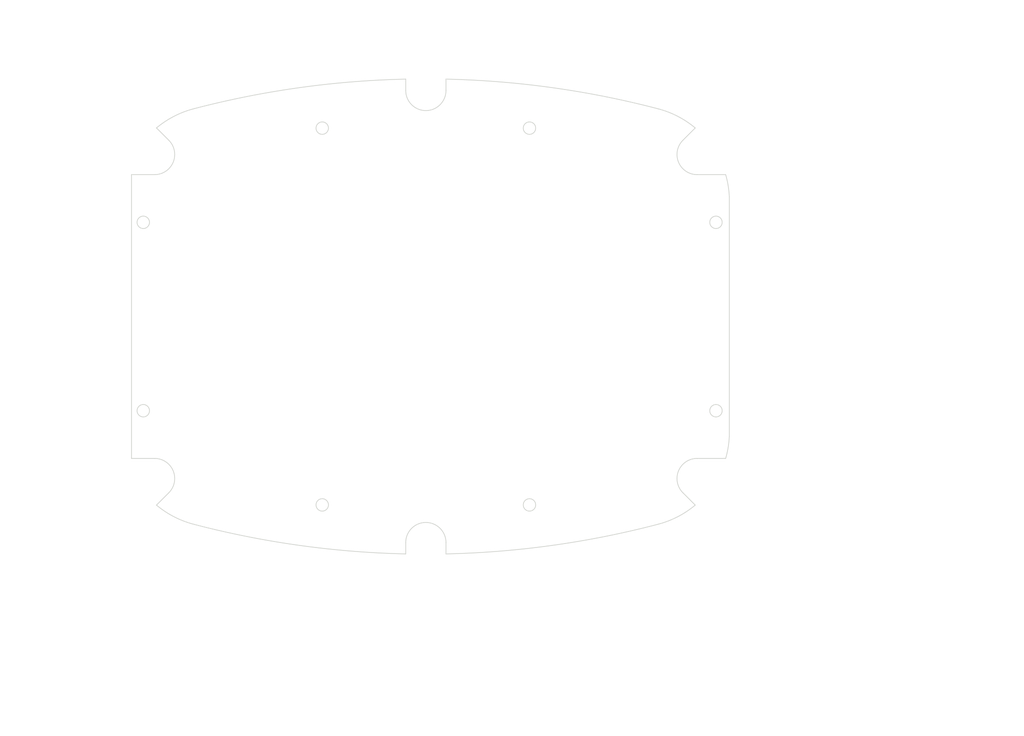
<source format=kicad_pcb>
(kicad_pcb (version 20171130) (host pcbnew "(5.1.0)-1")

  (general
    (thickness 1.6)
    (drawings 198)
    (tracks 0)
    (zones 0)
    (modules 0)
    (nets 1)
  )

  (page A3)
  (layers
    (0 F.Cu signal)
    (31 B.Cu signal)
    (32 B.Adhes user)
    (33 F.Adhes user)
    (34 B.Paste user)
    (35 F.Paste user)
    (36 B.SilkS user)
    (37 F.SilkS user)
    (38 B.Mask user)
    (39 F.Mask user)
    (40 Dwgs.User user)
    (41 Cmts.User user)
    (42 Eco1.User user)
    (43 Eco2.User user)
    (44 Edge.Cuts user)
    (45 Margin user)
    (46 B.CrtYd user)
    (47 F.CrtYd user)
    (48 B.Fab user)
    (49 F.Fab user)
  )

  (setup
    (last_trace_width 0.25)
    (trace_clearance 0.2)
    (zone_clearance 0.508)
    (zone_45_only no)
    (trace_min 0.2)
    (via_size 0.8)
    (via_drill 0.4)
    (via_min_size 0.4)
    (via_min_drill 0.3)
    (uvia_size 0.3)
    (uvia_drill 0.1)
    (uvias_allowed no)
    (uvia_min_size 0.2)
    (uvia_min_drill 0.1)
    (edge_width 0.05)
    (segment_width 0.2)
    (pcb_text_width 0.3)
    (pcb_text_size 1.5 1.5)
    (mod_edge_width 0.12)
    (mod_text_size 1 1)
    (mod_text_width 0.15)
    (pad_size 1.524 1.524)
    (pad_drill 0.762)
    (pad_to_mask_clearance 0.051)
    (solder_mask_min_width 0.25)
    (aux_axis_origin 0 0)
    (visible_elements FFFFEF7F)
    (pcbplotparams
      (layerselection 0x010fc_ffffffff)
      (usegerberextensions false)
      (usegerberattributes false)
      (usegerberadvancedattributes false)
      (creategerberjobfile false)
      (excludeedgelayer true)
      (linewidth 0.152400)
      (plotframeref false)
      (viasonmask false)
      (mode 1)
      (useauxorigin false)
      (hpglpennumber 1)
      (hpglpenspeed 20)
      (hpglpendiameter 15.000000)
      (psnegative false)
      (psa4output false)
      (plotreference true)
      (plotvalue true)
      (plotinvisibletext false)
      (padsonsilk false)
      (subtractmaskfromsilk false)
      (outputformat 1)
      (mirror false)
      (drillshape 1)
      (scaleselection 1)
      (outputdirectory ""))
  )

  (net 0 "")

  (net_class Default "This is the default net class."
    (clearance 0.2)
    (trace_width 0.25)
    (via_dia 0.8)
    (via_drill 0.4)
    (uvia_dia 0.3)
    (uvia_drill 0.1)
  )

  (gr_line (start 156.469613 79.067999) (end 156.469613 83.701333) (layer Dwgs.User) (width 0.2))
  (gr_line (start 158.78628 81.384666) (end 154.152947 81.384666) (layer Dwgs.User) (width 0.2))
  (gr_line (start 211.469613 79.067999) (end 211.469613 83.701333) (layer Dwgs.User) (width 0.2))
  (gr_line (start 213.78628 81.384666) (end 209.152947 81.384666) (layer Dwgs.User) (width 0.2))
  (gr_line (start 260.969613 104.067999) (end 260.969613 108.701333) (layer Dwgs.User) (width 0.2))
  (gr_line (start 263.28628 106.384666) (end 258.652947 106.384666) (layer Dwgs.User) (width 0.2))
  (gr_line (start 260.969613 154.067999) (end 260.969613 158.701333) (layer Dwgs.User) (width 0.2))
  (gr_line (start 263.28628 156.384666) (end 258.652947 156.384666) (layer Dwgs.User) (width 0.2))
  (gr_line (start 211.469613 179.067999) (end 211.469613 183.701333) (layer Dwgs.User) (width 0.2))
  (gr_line (start 213.78628 181.384666) (end 209.152947 181.384666) (layer Dwgs.User) (width 0.2))
  (gr_line (start 156.469613 179.067999) (end 156.469613 183.701333) (layer Dwgs.User) (width 0.2))
  (gr_line (start 158.78628 181.384666) (end 154.152947 181.384666) (layer Dwgs.User) (width 0.2))
  (gr_line (start 108.969613 154.067999) (end 108.969613 158.701333) (layer Dwgs.User) (width 0.2))
  (gr_line (start 111.28628 156.384666) (end 106.652947 156.384666) (layer Dwgs.User) (width 0.2))
  (gr_line (start 108.969613 104.067999) (end 108.969613 108.701333) (layer Dwgs.User) (width 0.2))
  (gr_line (start 111.28628 106.384666) (end 106.652947 106.384666) (layer Dwgs.User) (width 0.2))
  (gr_text [.98] (at 92.302947 96.403948) (layer Dwgs.User)
    (effects (font (size 2.266666 2.04) (thickness 0.283333)))
  )
  (gr_text " 25.00" (at 92.302947 91.660701) (layer Dwgs.User)
    (effects (font (size 2.266666 2.04) (thickness 0.283333)))
  )
  (gr_line (start 92.302947 84.051333) (end 92.302947 89.141419) (layer Dwgs.User) (width 0.2))
  (gr_line (start 92.302947 103.717999) (end 92.302947 98.627913) (layer Dwgs.User) (width 0.2))
  (gr_line (start 155.13628 81.384666) (end 88.069613 81.384666) (layer Dwgs.User) (width 0.2))
  (gr_line (start 107.63628 106.384666) (end 88.069613 106.384666) (layer Dwgs.User) (width 0.2))
  (gr_text [1.97] (at 277.63628 133.903948) (layer Dwgs.User)
    (effects (font (size 2.266666 2.04) (thickness 0.283333)))
  )
  (gr_text " 50.00" (at 277.63628 129.160701) (layer Dwgs.User)
    (effects (font (size 2.266666 2.04) (thickness 0.283333)))
  )
  (gr_line (start 277.63628 153.717999) (end 277.63628 136.127913) (layer Dwgs.User) (width 0.2))
  (gr_line (start 277.63628 109.051333) (end 277.63628 126.641419) (layer Dwgs.User) (width 0.2))
  (gr_line (start 262.302947 156.384666) (end 281.869613 156.384666) (layer Dwgs.User) (width 0.2))
  (gr_line (start 262.302947 106.384666) (end 281.869613 106.384666) (layer Dwgs.User) (width 0.2))
  (gr_text [1.50] (at 277.63628 182.700903) (layer Dwgs.User)
    (effects (font (size 2.266666 2.04) (thickness 0.283333)))
  )
  (gr_text " 38.01" (at 277.63628 177.956883) (layer Dwgs.User)
    (effects (font (size 2.266666 2.04) (thickness 0.283333)))
  )
  (gr_line (start 277.63628 191.726025) (end 277.63628 184.925641) (layer Dwgs.User) (width 0.2))
  (gr_line (start 277.63628 159.051333) (end 277.63628 175.437601) (layer Dwgs.User) (width 0.2))
  (gr_line (start 190.644586 194.392691) (end 281.869613 194.392691) (layer Dwgs.User) (width 0.2))
  (gr_line (start 262.302947 156.384666) (end 281.869613 156.384666) (layer Dwgs.User) (width 0.2))
  (gr_text [1.95] (at 236.219613 210.570614) (layer Dwgs.User)
    (effects (font (size 2.266666 2.04) (thickness 0.283333)))
  )
  (gr_text " 49.50" (at 236.219613 205.827367) (layer Dwgs.User)
    (effects (font (size 2.266666 2.04) (thickness 0.283333)))
  )
  (gr_line (start 258.302947 208.051333) (end 241.612428 208.051333) (layer Dwgs.User) (width 0.2))
  (gr_line (start 214.13628 208.051333) (end 230.826798 208.051333) (layer Dwgs.User) (width 0.2))
  (gr_line (start 260.969613 160.034666) (end 260.969613 212.284666) (layer Dwgs.User) (width 0.2))
  (gr_line (start 211.469613 185.034666) (end 211.469613 212.284666) (layer Dwgs.User) (width 0.2))
  (gr_text [.98] (at 92.302947 171.403948) (layer Dwgs.User)
    (effects (font (size 2.266666 2.04) (thickness 0.283333)))
  )
  (gr_text " 25.00" (at 92.302947 166.660701) (layer Dwgs.User)
    (effects (font (size 2.266666 2.04) (thickness 0.283333)))
  )
  (gr_line (start 92.302947 178.717999) (end 92.302947 173.627913) (layer Dwgs.User) (width 0.2))
  (gr_line (start 92.302947 159.051333) (end 92.302947 164.141419) (layer Dwgs.User) (width 0.2))
  (gr_line (start 155.13628 181.384666) (end 88.069613 181.384666) (layer Dwgs.User) (width 0.2))
  (gr_line (start 107.63628 156.384666) (end 88.069613 156.384666) (layer Dwgs.User) (width 0.2))
  (gr_text [1.87] (at 132.719613 210.570614) (layer Dwgs.User)
    (effects (font (size 2.266666 2.04) (thickness 0.283333)))
  )
  (gr_text " 47.50" (at 132.719613 205.827367) (layer Dwgs.User)
    (effects (font (size 2.266666 2.04) (thickness 0.283333)))
  )
  (gr_line (start 153.802947 208.051333) (end 138.112428 208.051333) (layer Dwgs.User) (width 0.2))
  (gr_line (start 111.63628 208.051333) (end 127.326798 208.051333) (layer Dwgs.User) (width 0.2))
  (gr_line (start 156.469613 185.034666) (end 156.469613 212.284666) (layer Dwgs.User) (width 0.2))
  (gr_line (start 108.969613 160.034666) (end 108.969613 212.284666) (layer Dwgs.User) (width 0.2))
  (gr_text [1.97] (at 92.302947 133.903948) (layer Dwgs.User)
    (effects (font (size 2.266666 2.04) (thickness 0.283333)))
  )
  (gr_text " 50.00" (at 92.302947 129.160701) (layer Dwgs.User)
    (effects (font (size 2.266666 2.04) (thickness 0.283333)))
  )
  (gr_line (start 92.302947 109.051333) (end 92.302947 126.641419) (layer Dwgs.User) (width 0.2))
  (gr_line (start 92.302947 153.717999) (end 92.302947 136.127913) (layer Dwgs.User) (width 0.2))
  (gr_line (start 107.63628 106.384666) (end 88.069613 106.384666) (layer Dwgs.User) (width 0.2))
  (gr_line (start 107.63628 156.384666) (end 88.069613 156.384666) (layer Dwgs.User) (width 0.2))
  (gr_text [3.17] (at 224.239851 225.895642) (layer Dwgs.User)
    (effects (font (size 2.266666 2.04) (thickness 0.283333)))
  )
  (gr_text " 80.54" (at 224.239851 221.152395) (layer Dwgs.User)
    (effects (font (size 2.266666 2.04) (thickness 0.283333)))
  )
  (gr_line (start 186.63628 223.37636) (end 218.847809 223.37636) (layer Dwgs.User) (width 0.2))
  (gr_line (start 261.843422 223.37636) (end 229.631893 223.37636) (layer Dwgs.User) (width 0.2))
  (gr_line (start 183.969613 187.37636) (end 183.969613 227.609694) (layer Dwgs.User) (width 0.2))
  (gr_line (start 264.510089 164.501793) (end 264.510089 227.609694) (layer Dwgs.User) (width 0.2))
  (gr_text [3.08] (at 146.36103 225.895642) (layer Dwgs.User)
    (effects (font (size 2.266666 2.04) (thickness 0.283333)))
  )
  (gr_text " 78.12" (at 146.36103 221.152395) (layer Dwgs.User)
    (effects (font (size 2.266666 2.04) (thickness 0.283333)))
  )
  (gr_line (start 181.302947 223.37636) (end 151.746114 223.37636) (layer Dwgs.User) (width 0.2))
  (gr_line (start 108.512438 223.37636) (end 140.975946 223.37636) (layer Dwgs.User) (width 0.2))
  (gr_line (start 183.969613 187.37636) (end 183.969613 227.609694) (layer Dwgs.User) (width 0.2))
  (gr_line (start 105.845771 170.37636) (end 105.845771 227.609694) (layer Dwgs.User) (width 0.2))
  (gr_text [4.96] (at 336.393596 133.903948) (layer Dwgs.User)
    (effects (font (size 2.266666 2.04) (thickness 0.283333)))
  )
  (gr_text " 126.02" (at 336.393596 129.160701) (layer Dwgs.User)
    (effects (font (size 2.266666 2.04) (thickness 0.283333)))
  )
  (gr_line (start 336.393596 191.726025) (end 336.393596 136.127913) (layer Dwgs.User) (width 0.2))
  (gr_line (start 336.393596 71.043308) (end 336.393596 126.641419) (layer Dwgs.User) (width 0.2))
  (gr_line (start 190.644586 194.392691) (end 340.62693 194.392691) (layer Dwgs.User) (width 0.2))
  (gr_line (start 190.644586 68.376641) (end 340.62693 68.376641) (layer Dwgs.User) (width 0.2))
  (gr_text [.12] (at 122.170829 148.188148) (layer Dwgs.User)
    (effects (font (size 2.266666 2.04) (thickness 0.283333)))
  )
  (gr_text " 3.12" (at 122.170829 143.444128) (layer Dwgs.User)
    (effects (font (size 2.266666 2.04) (thickness 0.283333)))
  )
  (gr_line (start 111.63628 145.668866) (end 117.666282 145.668866) (layer Dwgs.User) (width 0.2))
  (gr_line (start 103.179104 145.668866) (end 100.512438 145.668866) (layer Dwgs.User) (width 0.2))
  (gr_line (start 108.969613 155.051333) (end 108.969613 141.435533) (layer Dwgs.User) (width 0.2))
  (gr_line (start 221.060803 178.717999) (end 221.060803 176.051333) (layer Dwgs.User) (width 0.2))
  (gr_line (start 221.060803 197.059358) (end 221.060803 199.726025) (layer Dwgs.User) (width 0.2))
  (gr_line (start 212.802947 181.384666) (end 225.294136 181.384666) (layer Dwgs.User) (width 0.2))
  (gr_line (start 190.644586 194.392691) (end 225.294136 194.392691) (layer Dwgs.User) (width 0.2))
  (gr_text [R1.00] (at 245.888821 101.181474) (layer Dwgs.User)
    (effects (font (size 2.266666 2.04) (thickness 0.283333)))
  )
  (gr_text " R25.32" (at 245.888821 96.437454) (layer Dwgs.User)
    (effects (font (size 2.266666 2.04) (thickness 0.283333)))
  )
  (gr_line (start 266.847666 96.307195) (end 269.480477 95.883614) (layer Dwgs.User) (width 0.2))
  (gr_text [2.97] (at 316.875182 132.079827) (layer Dwgs.User)
    (effects (font (size 2.266666 2.04) (thickness 0.283333)))
  )
  (gr_text " 75.32" (at 316.875182 127.335807) (layer Dwgs.User)
    (effects (font (size 2.266666 2.04) (thickness 0.283333)))
  )
  (gr_line (start 316.875182 166.37636) (end 316.875182 134.304565) (layer Dwgs.User) (width 0.2))
  (gr_line (start 316.875182 96.392972) (end 316.875182 124.816525) (layer Dwgs.User) (width 0.2))
  (gr_line (start 264.875182 169.043027) (end 321.108516 169.043027) (layer Dwgs.User) (width 0.2))
  (gr_line (start 264.875182 93.726305) (end 321.108516 93.726305) (layer Dwgs.User) (width 0.2))
  (gr_text [R9.58] (at 125.546467 66.439621) (layer Dwgs.User)
    (effects (font (size 2.266666 2.04) (thickness 0.283333)))
  )
  (gr_text " R243.32" (at 125.546467 61.6956) (layer Dwgs.User)
    (effects (font (size 2.266666 2.04) (thickness 0.283333)))
  )
  (gr_line (start 135.973703 63.920339) (end 137.179279 70.142504) (layer Dwgs.User) (width 0.2))
  (gr_line (start 132.955471 63.920339) (end 135.973703 63.920339) (layer Dwgs.User) (width 0.2))
  (gr_text [R1.00] (at 271.491279 63.866313) (layer Dwgs.User)
    (effects (font (size 2.266666 2.04) (thickness 0.283333)))
  )
  (gr_text " R25.32" (at 271.491279 59.122293) (layer Dwgs.User)
    (effects (font (size 2.266666 2.04) (thickness 0.283333)))
  )
  (gr_line (start 261.970166 61.347032) (end 253.21128 76.517869) (layer Dwgs.User) (width 0.2))
  (gr_line (start 264.962812 61.347032) (end 261.970166 61.347032) (layer Dwgs.User) (width 0.2))
  (gr_text 45.0\U+00B0 (at 269.35047 82.842134) (layer Dwgs.User)
    (effects (font (size 2.266666 2.04) (thickness 0.283333)))
  )
  (gr_arc (start 243.073756 93.726305) (end 268.314747 80.618168) (angle -12.18230643) (layer Dwgs.User) (width 0.2))
  (gr_arc (start 243.073756 93.726305) (end 271.390454 91.06257) (angle -12.35349625) (layer Dwgs.User) (width 0.2))
  (gr_line (start 253.135313 83.664748) (end 266.178501 70.62156) (layer Dwgs.User) (width 0.2))
  (gr_line (start 264.875182 93.726305) (end 275.7488 93.726305) (layer Dwgs.User) (width 0.2))
  (gr_text 45.0\U+00B0 (at 105.729733 84.295788) (layer Dwgs.User)
    (effects (font (size 2.266666 2.04) (thickness 0.283333)))
  )
  (gr_arc (start 124.865471 93.726305) (end 104.78621 86.519753) (angle -12.5766842) (layer Dwgs.User) (width 0.2))
  (gr_arc (start 124.865471 93.726305) (end 108.016446 80.641143) (angle -4.719545661) (layer Dwgs.User) (width 0.2))
  (gr_line (start 111.531448 80.392283) (end 106.787107 75.647942) (layer Dwgs.User) (width 0.2))
  (gr_text [2.97] (at 76.312023 138.521238) (layer Dwgs.User)
    (effects (font (size 2.266666 2.04) (thickness 0.283333)))
  )
  (gr_text " 75.32" (at 76.312023 133.777218) (layer Dwgs.User)
    (effects (font (size 2.266666 2.04) (thickness 0.283333)))
  )
  (gr_line (start 76.312023 166.37636) (end 76.312023 140.745976) (layer Dwgs.User) (width 0.2))
  (gr_line (start 76.312023 96.392972) (end 76.312023 131.257936) (layer Dwgs.User) (width 0.2))
  (gr_line (start 104.512438 169.043027) (end 72.07869 169.043027) (layer Dwgs.User) (width 0.2))
  (gr_line (start 104.512438 93.726305) (end 72.07869 93.726305) (layer Dwgs.User) (width 0.2))
  (gr_line (start 156.469613 81.504666) (end 156.469613 81.264666) (layer Dwgs.User) (width 0.2))
  (gr_line (start 156.349613 81.384666) (end 156.589613 81.384666) (layer Dwgs.User) (width 0.2))
  (gr_text [R9.58] (at 241.482199 62.157602) (layer Dwgs.User)
    (effects (font (size 2.266666 2.04) (thickness 0.283333)))
  )
  (gr_text " R243.32" (at 241.482199 57.413582) (layer Dwgs.User)
    (effects (font (size 2.266666 2.04) (thickness 0.283333)))
  )
  (gr_line (start 231.281488 59.638321) (end 229.3595 69.875368) (layer Dwgs.User) (width 0.2))
  (gr_line (start 234.073195 59.638321) (end 231.281488 59.638321) (layer Dwgs.User) (width 0.2))
  (gr_text [.33] (at 166.916038 62.792721) (layer Dwgs.User)
    (effects (font (size 2.266666 2.04) (thickness 0.283333)))
  )
  (gr_text " 8.35" (at 166.916038 58.048701) (layer Dwgs.User)
    (effects (font (size 2.266666 2.04) (thickness 0.283333)))
  )
  (gr_line (start 159.724724 60.273439) (end 162.39139 60.273439) (layer Dwgs.User) (width 0.2))
  (gr_line (start 159.724724 68.376641) (end 159.724724 60.273439) (layer Dwgs.User) (width 0.2))
  (gr_line (start 159.724724 74.059638) (end 159.724724 71.043308) (layer Dwgs.User) (width 0.2))
  (gr_line (start 182.63628 76.726305) (end 155.49139 76.726305) (layer Dwgs.User) (width 0.2))
  (gr_line (start 177.294641 68.376641) (end 155.49139 68.376641) (layer Dwgs.User) (width 0.2))
  (gr_text [.42] (at 202.346136 54.229256) (layer Dwgs.User)
    (effects (font (size 2.266666 2.04) (thickness 0.283333)))
  )
  (gr_text " 10.68" (at 202.346136 49.486009) (layer Dwgs.User)
    (effects (font (size 2.266666 2.04) (thickness 0.283333)))
  )
  (gr_line (start 189.311252 51.709974) (end 196.947136 51.709974) (layer Dwgs.User) (width 0.2))
  (gr_line (start 181.294641 51.709974) (end 186.644586 51.709974) (layer Dwgs.User) (width 0.2))
  (gr_line (start 189.311252 67.043308) (end 189.311252 47.476641) (layer Dwgs.User) (width 0.2))
  (gr_line (start 178.627974 67.043308) (end 178.627974 47.476641) (layer Dwgs.User) (width 0.2))
  (gr_text [4.30] (at 166.916038 133.903948) (layer Dwgs.User)
    (effects (font (size 2.266666 2.04) (thickness 0.283333)))
  )
  (gr_text " 109.32" (at 166.916038 129.159928) (layer Dwgs.User)
    (effects (font (size 2.266666 2.04) (thickness 0.283333)))
  )
  (gr_line (start 166.916038 183.37636) (end 166.916038 136.128686) (layer Dwgs.User) (width 0.2))
  (gr_line (start 166.916038 79.392972) (end 166.916038 126.640646) (layer Dwgs.User) (width 0.2))
  (gr_line (start 182.63628 186.043027) (end 162.682705 186.043027) (layer Dwgs.User) (width 0.2))
  (gr_line (start 182.63628 76.726305) (end 162.682705 76.726305) (layer Dwgs.User) (width 0.2))
  (gr_text [2.50] (at 301.176755 132.752674) (layer Dwgs.User)
    (effects (font (size 2.266666 2.04) (thickness 0.283333)))
  )
  (gr_text " 63.57" (at 301.176755 128.008654) (layer Dwgs.User)
    (effects (font (size 2.266666 2.04) (thickness 0.283333)))
  )
  (gr_line (start 301.176755 160.501793) (end 301.176755 134.977413) (layer Dwgs.User) (width 0.2))
  (gr_line (start 301.176755 102.267539) (end 301.176755 125.489373) (layer Dwgs.User) (width 0.2))
  (gr_line (start 265.843422 163.16846) (end 305.410089 163.16846) (layer Dwgs.User) (width 0.2))
  (gr_line (start 265.843422 99.600872) (end 305.410089 99.600872) (layer Dwgs.User) (width 0.2))
  (gr_text [2.17] (at 183.969613 210.570614) (layer Dwgs.User)
    (effects (font (size 2.266666 2.04) (thickness 0.283333)))
  )
  (gr_text " 55.00" (at 183.969613 205.827367) (layer Dwgs.User)
    (effects (font (size 2.266666 2.04) (thickness 0.283333)))
  )
  (gr_line (start 208.802947 208.051333) (end 189.362428 208.051333) (layer Dwgs.User) (width 0.2))
  (gr_line (start 159.13628 208.051333) (end 178.576798 208.051333) (layer Dwgs.User) (width 0.2))
  (gr_line (start 211.469613 182.717999) (end 211.469613 212.284666) (layer Dwgs.User) (width 0.2))
  (gr_line (start 156.469613 182.717999) (end 156.469613 212.284666) (layer Dwgs.User) (width 0.2))
  (gr_text [6.25] (at 182.70848 240.927453) (layer Dwgs.User)
    (effects (font (size 2.266666 2.04) (thickness 0.283333)))
  )
  (gr_text " 158.66" (at 182.70848 236.184206) (layer Dwgs.User)
    (effects (font (size 2.266666 2.04) (thickness 0.283333)))
  )
  (gr_line (start 261.843422 238.408172) (end 188.984924 238.408172) (layer Dwgs.User) (width 0.2))
  (gr_line (start 108.512438 238.408172) (end 176.432036 238.408172) (layer Dwgs.User) (width 0.2))
  (gr_line (start 264.510089 164.501793) (end 264.510089 242.641505) (layer Dwgs.User) (width 0.2))
  (gr_line (start 105.845771 170.37636) (end 105.845771 242.641505) (layer Dwgs.User) (width 0.2))
  (gr_line (start 264.510089 99.600872) (end 264.510089 163.16846) (layer Edge.Cuts) (width 0.2))
  (gr_arc (start 239.219613 100.752145) (end 264.510089 99.600872) (angle -13.50573022) (layer Edge.Cuts) (width 0.2))
  (gr_line (start 263.541849 93.726305) (end 255.969613 93.726305) (layer Edge.Cuts) (width 0.2))
  (gr_arc (start 255.969613 88.384666) (end 252.192504 84.607557) (angle -135) (layer Edge.Cuts) (width 0.2))
  (gr_line (start 252.192504 84.607557) (end 255.464969 81.335092) (layer Edge.Cuts) (width 0.2))
  (gr_arc (start 239.219613 100.752145) (end 255.464969 81.335092) (angle -25.2364838) (layer Edge.Cuts) (width 0.2))
  (gr_arc (start 183.969613 311.634665) (end 245.635878 76.262043) (angle -13.42324839) (layer Edge.Cuts) (width 0.2))
  (gr_line (start 189.311252 68.376641) (end 189.311252 71.384666) (layer Edge.Cuts) (width 0.2))
  (gr_arc (start 183.969613 71.384666) (end 178.627974 71.384666) (angle -180) (layer Edge.Cuts) (width 0.2))
  (gr_line (start 178.627974 71.384666) (end 178.627974 68.376641) (layer Edge.Cuts) (width 0.2))
  (gr_arc (start 183.969613 311.634665) (end 178.627974 68.376641) (angle -13.42324839) (layer Edge.Cuts) (width 0.2))
  (gr_arc (start 128.719613 100.752145) (end 122.303348 76.262043) (angle -25.2364838) (layer Edge.Cuts) (width 0.2))
  (gr_line (start 112.474257 81.335092) (end 115.746723 84.607557) (layer Edge.Cuts) (width 0.2))
  (gr_arc (start 111.969613 88.384666) (end 111.969613 93.726305) (angle -135) (layer Edge.Cuts) (width 0.2))
  (gr_line (start 111.969613 93.726305) (end 105.845771 93.726305) (layer Edge.Cuts) (width 0.2))
  (gr_line (start 105.845771 93.726305) (end 105.845771 169.043027) (layer Edge.Cuts) (width 0.2))
  (gr_circle (center 156.469613 81.384666) (end 158.119613 81.384666) (layer Edge.Cuts) (width 0.2))
  (gr_circle (center 108.969613 106.384666) (end 110.619613 106.384666) (layer Edge.Cuts) (width 0.2))
  (gr_circle (center 211.469613 81.384666) (end 213.119613 81.384666) (layer Edge.Cuts) (width 0.2))
  (gr_circle (center 260.969613 106.384666) (end 262.619613 106.384666) (layer Edge.Cuts) (width 0.2))
  (gr_arc (start 239.219613 162.017187) (end 263.541849 169.043027) (angle -13.50573022) (layer Edge.Cuts) (width 0.2))
  (gr_line (start 263.541849 169.043027) (end 255.969613 169.043027) (layer Edge.Cuts) (width 0.2))
  (gr_arc (start 255.969613 174.384666) (end 255.969613 169.043027) (angle -135) (layer Edge.Cuts) (width 0.2))
  (gr_line (start 252.192504 178.161775) (end 255.464969 181.434241) (layer Edge.Cuts) (width 0.2))
  (gr_arc (start 239.219613 162.017187) (end 245.635878 186.507289) (angle -25.2364838) (layer Edge.Cuts) (width 0.2))
  (gr_arc (start 183.969613 -48.865334) (end 189.311252 194.392691) (angle -13.42324839) (layer Edge.Cuts) (width 0.2))
  (gr_line (start 189.311252 194.392691) (end 189.311252 191.384666) (layer Edge.Cuts) (width 0.2))
  (gr_arc (start 183.969613 191.384666) (end 189.311252 191.384666) (angle -180) (layer Edge.Cuts) (width 0.2))
  (gr_line (start 178.627974 191.384666) (end 178.627974 194.392691) (layer Edge.Cuts) (width 0.2))
  (gr_arc (start 183.969613 -48.865334) (end 122.303348 186.507289) (angle -13.42324839) (layer Edge.Cuts) (width 0.2))
  (gr_arc (start 128.719613 162.017187) (end 112.474257 181.434241) (angle -25.2364838) (layer Edge.Cuts) (width 0.2))
  (gr_line (start 112.474257 181.434241) (end 115.746723 178.161775) (layer Edge.Cuts) (width 0.2))
  (gr_arc (start 111.969613 174.384666) (end 115.746723 178.161775) (angle -135) (layer Edge.Cuts) (width 0.2))
  (gr_line (start 111.969613 169.043027) (end 105.845771 169.043027) (layer Edge.Cuts) (width 0.2))
  (gr_circle (center 156.469613 181.384666) (end 158.119613 181.384666) (layer Edge.Cuts) (width 0.2))
  (gr_circle (center 108.969613 156.384666) (end 110.619613 156.384666) (layer Edge.Cuts) (width 0.2))
  (gr_circle (center 211.469613 181.384666) (end 213.119613 181.384666) (layer Edge.Cuts) (width 0.2))
  (gr_circle (center 260.969613 156.384666) (end 262.619613 156.384666) (layer Edge.Cuts) (width 0.2))

)

</source>
